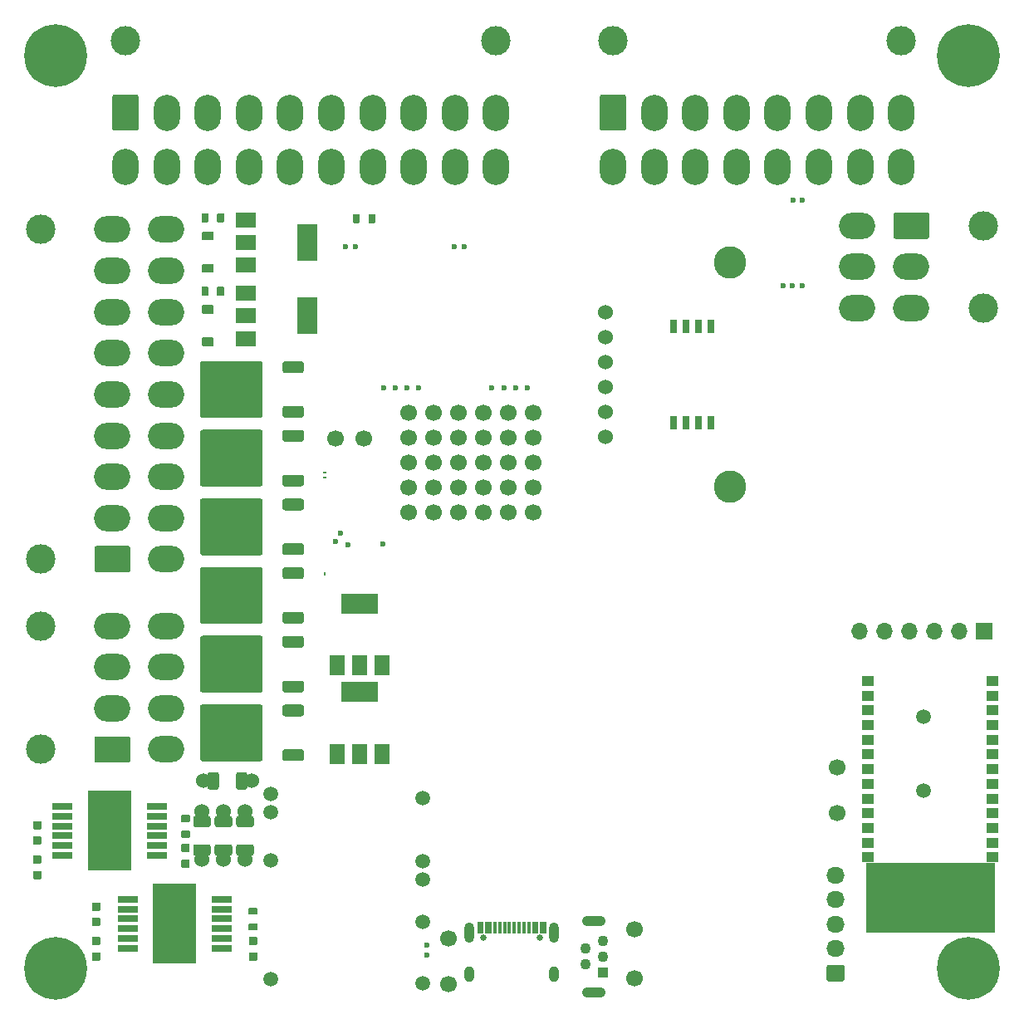
<source format=gts>
G04 #@! TF.GenerationSoftware,KiCad,Pcbnew,7.0.9-7.0.9~ubuntu22.04.1*
G04 #@! TF.CreationDate,2023-12-02T23:16:32+00:00*
G04 #@! TF.ProjectId,uaefi,75616566-692e-46b6-9963-61645f706362,rev?*
G04 #@! TF.SameCoordinates,Original*
G04 #@! TF.FileFunction,Soldermask,Top*
G04 #@! TF.FilePolarity,Negative*
%FSLAX46Y46*%
G04 Gerber Fmt 4.6, Leading zero omitted, Abs format (unit mm)*
G04 Created by KiCad (PCBNEW 7.0.9-7.0.9~ubuntu22.04.1) date 2023-12-02 23:16:32*
%MOMM*%
%LPD*%
G01*
G04 APERTURE LIST*
%ADD10C,0.120000*%
%ADD11C,3.000000*%
%ADD12O,2.700000X3.700000*%
%ADD13C,1.700000*%
%ADD14R,2.000000X1.500000*%
%ADD15R,2.000000X3.800000*%
%ADD16C,0.800000*%
%ADD17C,6.400000*%
%ADD18C,1.524000*%
%ADD19O,1.850000X1.700000*%
%ADD20R,1.500000X2.000000*%
%ADD21R,3.800000X2.000000*%
%ADD22C,0.600000*%
%ADD23R,1.100000X1.100000*%
%ADD24C,1.100000*%
%ADD25O,2.400000X1.100000*%
%ADD26C,1.500000*%
%ADD27O,0.250000X0.499999*%
%ADD28O,0.499999X0.250000*%
%ADD29C,0.599999*%
%ADD30O,3.700000X2.700000*%
%ADD31R,1.300000X1.000000*%
%ADD32R,2.000000X0.650000*%
%ADD33R,4.500000X8.100000*%
%ADD34C,0.650000*%
%ADD35R,0.300000X1.150000*%
%ADD36O,1.000000X2.100000*%
%ADD37O,1.000000X1.600000*%
%ADD38R,1.700000X1.700000*%
%ADD39O,1.700000X1.700000*%
%ADD40C,3.302000*%
%ADD41R,0.690000X1.350000*%
G04 APERTURE END LIST*
G04 #@! TO.C,U5*
D10*
X99150000Y7225000D02*
X86150000Y7225000D01*
X86150000Y14225000D01*
X99150000Y14225000D01*
X99150000Y7225000D01*
G36*
X99150000Y7225000D02*
G01*
X86150000Y7225000D01*
X86150000Y14225000D01*
X99150000Y14225000D01*
X99150000Y7225000D01*
G37*
G04 #@! TD*
G04 #@! TO.C,C24*
G36*
G01*
X7260000Y10215001D02*
X7940000Y10215001D01*
G75*
G02*
X8025000Y10130001I0J-85000D01*
G01*
X8025000Y9450001D01*
G75*
G02*
X7940000Y9365001I-85000J0D01*
G01*
X7260000Y9365001D01*
G75*
G02*
X7175000Y9450001I0J85000D01*
G01*
X7175000Y10130001D01*
G75*
G02*
X7260000Y10215001I85000J0D01*
G01*
G37*
G36*
G01*
X7260000Y8634999D02*
X7940000Y8634999D01*
G75*
G02*
X8025000Y8549999I0J-85000D01*
G01*
X8025000Y7869999D01*
G75*
G02*
X7940000Y7784999I-85000J0D01*
G01*
X7260000Y7784999D01*
G75*
G02*
X7175000Y7869999I0J85000D01*
G01*
X7175000Y8549999D01*
G75*
G02*
X7260000Y8634999I85000J0D01*
G01*
G37*
G04 #@! TD*
G04 #@! TO.C,Q10*
G36*
G01*
X28800000Y39570000D02*
X28800000Y38870000D01*
G75*
G02*
X28550000Y38620000I-250000J0D01*
G01*
X26850000Y38620000D01*
G75*
G02*
X26600000Y38870000I0J250000D01*
G01*
X26600000Y39570000D01*
G75*
G02*
X26850000Y39820000I250000J0D01*
G01*
X28550000Y39820000D01*
G75*
G02*
X28800000Y39570000I0J-250000D01*
G01*
G37*
G36*
G01*
X24600000Y44150003D02*
X24600000Y38849997D01*
G75*
G02*
X24350003Y38600000I-249997J0D01*
G01*
X18449997Y38600000D01*
G75*
G02*
X18200000Y38849997I0J249997D01*
G01*
X18200000Y44150003D01*
G75*
G02*
X18449997Y44400000I249997J0D01*
G01*
X24350003Y44400000D01*
G75*
G02*
X24600000Y44150003I0J-249997D01*
G01*
G37*
G36*
G01*
X28800000Y44130000D02*
X28800000Y43430000D01*
G75*
G02*
X28550000Y43180000I-250000J0D01*
G01*
X26850000Y43180000D01*
G75*
G02*
X26600000Y43430000I0J250000D01*
G01*
X26600000Y44130000D01*
G75*
G02*
X26850000Y44380000I250000J0D01*
G01*
X28550000Y44380000D01*
G75*
G02*
X28800000Y44130000I0J-250000D01*
G01*
G37*
G04 #@! TD*
D11*
G04 #@! TO.C,J10*
X60300000Y98025000D03*
X89700000Y98025000D03*
G36*
G01*
X58950000Y89125001D02*
X58950000Y92324999D01*
G75*
G02*
X59200001Y92575000I250001J0D01*
G01*
X61399999Y92575000D01*
G75*
G02*
X61650000Y92324999I0J-250001D01*
G01*
X61650000Y89125001D01*
G75*
G02*
X61399999Y88875000I-250001J0D01*
G01*
X59200001Y88875000D01*
G75*
G02*
X58950000Y89125001I0J250001D01*
G01*
G37*
D12*
X64500000Y90725000D03*
X68700000Y90725000D03*
X72900000Y90725000D03*
X77100000Y90725000D03*
X81300000Y90725000D03*
X85500000Y90725000D03*
X89700000Y90725000D03*
X60300000Y85225000D03*
X64500000Y85225000D03*
X68700000Y85225000D03*
X72900000Y85225000D03*
X77100000Y85225000D03*
X81300000Y85225000D03*
X85500000Y85225000D03*
X89700000Y85225000D03*
G04 #@! TD*
D13*
G04 #@! TO.C,P8*
X83200000Y19300000D03*
G04 #@! TD*
D11*
G04 #@! TO.C,J2*
X10600000Y98025000D03*
X48400000Y98025000D03*
G36*
G01*
X9250000Y89125001D02*
X9250000Y92324999D01*
G75*
G02*
X9500001Y92575000I250001J0D01*
G01*
X11699999Y92575000D01*
G75*
G02*
X11950000Y92324999I0J-250001D01*
G01*
X11950000Y89125001D01*
G75*
G02*
X11699999Y88875000I-250001J0D01*
G01*
X9500001Y88875000D01*
G75*
G02*
X9250000Y89125001I0J250001D01*
G01*
G37*
D12*
X14800000Y90725000D03*
X19000000Y90725000D03*
X23200000Y90725000D03*
X27400000Y90725000D03*
X31600000Y90725000D03*
X35800000Y90725000D03*
X40000000Y90725000D03*
X44200000Y90725000D03*
X48400000Y90725000D03*
X10600000Y85225000D03*
X14800000Y85225000D03*
X19000000Y85225000D03*
X23200000Y85225000D03*
X27400000Y85225000D03*
X31600000Y85225000D03*
X35800000Y85225000D03*
X40000000Y85225000D03*
X44200000Y85225000D03*
X48400000Y85225000D03*
G04 #@! TD*
G04 #@! TO.C,Q7*
G36*
G01*
X28800000Y60570000D02*
X28800000Y59870000D01*
G75*
G02*
X28550000Y59620000I-250000J0D01*
G01*
X26850000Y59620000D01*
G75*
G02*
X26600000Y59870000I0J250000D01*
G01*
X26600000Y60570000D01*
G75*
G02*
X26850000Y60820000I250000J0D01*
G01*
X28550000Y60820000D01*
G75*
G02*
X28800000Y60570000I0J-250000D01*
G01*
G37*
G36*
G01*
X24600000Y65150003D02*
X24600000Y59849997D01*
G75*
G02*
X24350003Y59600000I-249997J0D01*
G01*
X18449997Y59600000D01*
G75*
G02*
X18200000Y59849997I0J249997D01*
G01*
X18200000Y65150003D01*
G75*
G02*
X18449997Y65400000I249997J0D01*
G01*
X24350003Y65400000D01*
G75*
G02*
X24600000Y65150003I0J-249997D01*
G01*
G37*
G36*
G01*
X28800000Y65130000D02*
X28800000Y64430000D01*
G75*
G02*
X28550000Y64180000I-250000J0D01*
G01*
X26850000Y64180000D01*
G75*
G02*
X26600000Y64430000I0J250000D01*
G01*
X26600000Y65130000D01*
G75*
G02*
X26850000Y65380000I250000J0D01*
G01*
X28550000Y65380000D01*
G75*
G02*
X28800000Y65130000I0J-250000D01*
G01*
G37*
G04 #@! TD*
G04 #@! TO.C,Q8*
G36*
G01*
X28800000Y53570000D02*
X28800000Y52870000D01*
G75*
G02*
X28550000Y52620000I-250000J0D01*
G01*
X26850000Y52620000D01*
G75*
G02*
X26600000Y52870000I0J250000D01*
G01*
X26600000Y53570000D01*
G75*
G02*
X26850000Y53820000I250000J0D01*
G01*
X28550000Y53820000D01*
G75*
G02*
X28800000Y53570000I0J-250000D01*
G01*
G37*
G36*
G01*
X24600000Y58150003D02*
X24600000Y52849997D01*
G75*
G02*
X24350003Y52600000I-249997J0D01*
G01*
X18449997Y52600000D01*
G75*
G02*
X18200000Y52849997I0J249997D01*
G01*
X18200000Y58150003D01*
G75*
G02*
X18449997Y58400000I249997J0D01*
G01*
X24350003Y58400000D01*
G75*
G02*
X24600000Y58150003I0J-249997D01*
G01*
G37*
G36*
G01*
X28800000Y58130000D02*
X28800000Y57430000D01*
G75*
G02*
X28550000Y57180000I-250000J0D01*
G01*
X26850000Y57180000D01*
G75*
G02*
X26600000Y57430000I0J250000D01*
G01*
X26600000Y58130000D01*
G75*
G02*
X26850000Y58380000I250000J0D01*
G01*
X28550000Y58380000D01*
G75*
G02*
X28800000Y58130000I0J-250000D01*
G01*
G37*
G04 #@! TD*
D13*
G04 #@! TO.C,P1*
X32000000Y57500000D03*
G04 #@! TD*
G04 #@! TO.C,C26*
G36*
G01*
X23260000Y6715001D02*
X23940000Y6715001D01*
G75*
G02*
X24025000Y6630001I0J-85000D01*
G01*
X24025000Y5950001D01*
G75*
G02*
X23940000Y5865001I-85000J0D01*
G01*
X23260000Y5865001D01*
G75*
G02*
X23175000Y5950001I0J85000D01*
G01*
X23175000Y6630001D01*
G75*
G02*
X23260000Y6715001I85000J0D01*
G01*
G37*
G36*
G01*
X23260000Y5134999D02*
X23940000Y5134999D01*
G75*
G02*
X24025000Y5049999I0J-85000D01*
G01*
X24025000Y4369999D01*
G75*
G02*
X23940000Y4284999I-85000J0D01*
G01*
X23260000Y4284999D01*
G75*
G02*
X23175000Y4369999I0J85000D01*
G01*
X23175000Y5049999D01*
G75*
G02*
X23260000Y5134999I85000J0D01*
G01*
G37*
G04 #@! TD*
D14*
G04 #@! TO.C,Q2*
X22850000Y79800000D03*
X22850000Y77500000D03*
X22850000Y75200000D03*
D15*
X29150000Y77500000D03*
G04 #@! TD*
G04 #@! TO.C,R1*
G36*
G01*
X36082497Y80315000D02*
X36082497Y79535000D01*
G75*
G02*
X36012497Y79465000I-70000J0D01*
G01*
X35452497Y79465000D01*
G75*
G02*
X35382497Y79535000I0J70000D01*
G01*
X35382497Y80315000D01*
G75*
G02*
X35452497Y80385000I70000J0D01*
G01*
X36012497Y80385000D01*
G75*
G02*
X36082497Y80315000I0J-70000D01*
G01*
G37*
G36*
G01*
X34482497Y80315000D02*
X34482497Y79535000D01*
G75*
G02*
X34412497Y79465000I-70000J0D01*
G01*
X33852497Y79465000D01*
G75*
G02*
X33782497Y79535000I0J70000D01*
G01*
X33782497Y80315000D01*
G75*
G02*
X33852497Y80385000I70000J0D01*
G01*
X34412497Y80385000D01*
G75*
G02*
X34482497Y80315000I0J-70000D01*
G01*
G37*
G04 #@! TD*
D13*
G04 #@! TO.C,P2*
X34900000Y57500000D03*
G04 #@! TD*
G04 #@! TO.C,C13*
G36*
G01*
X16385000Y16175001D02*
X17065000Y16175001D01*
G75*
G02*
X17150000Y16090001I0J-85000D01*
G01*
X17150000Y15410001D01*
G75*
G02*
X17065000Y15325001I-85000J0D01*
G01*
X16385000Y15325001D01*
G75*
G02*
X16300000Y15410001I0J85000D01*
G01*
X16300000Y16090001D01*
G75*
G02*
X16385000Y16175001I85000J0D01*
G01*
G37*
G36*
G01*
X16385000Y14594999D02*
X17065000Y14594999D01*
G75*
G02*
X17150000Y14509999I0J-85000D01*
G01*
X17150000Y13829999D01*
G75*
G02*
X17065000Y13744999I-85000J0D01*
G01*
X16385000Y13744999D01*
G75*
G02*
X16300000Y13829999I0J85000D01*
G01*
X16300000Y14509999D01*
G75*
G02*
X16385000Y14594999I85000J0D01*
G01*
G37*
G04 #@! TD*
D16*
G04 #@! TO.C,H1*
X1100000Y96500000D03*
X1802944Y98197056D03*
X1802944Y94802944D03*
X3500000Y98900000D03*
D17*
X3500000Y96500000D03*
D16*
X3500000Y94100000D03*
X5197056Y98197056D03*
X5197056Y94802944D03*
X5900000Y96500000D03*
G04 #@! TD*
G04 #@! TO.C,H4*
X94100000Y96500000D03*
X94802944Y98197056D03*
X94802944Y94802944D03*
X96500000Y98900000D03*
D17*
X96500000Y96500000D03*
D16*
X96500000Y94100000D03*
X98197056Y98197056D03*
X98197056Y94802944D03*
X98900000Y96500000D03*
G04 #@! TD*
D18*
G04 #@! TO.C,F4*
X18400000Y19450000D03*
G36*
G01*
X17500000Y18105010D02*
X17500000Y18795010D01*
G75*
G02*
X17730000Y19025010I230000J0D01*
G01*
X19070000Y19025010D01*
G75*
G02*
X19300000Y18795010I0J-230000D01*
G01*
X19300000Y18105010D01*
G75*
G02*
X19070000Y17875010I-230000J0D01*
G01*
X17730000Y17875010D01*
G75*
G02*
X17500000Y18105010I0J230000D01*
G01*
G37*
G36*
G01*
X17500000Y15204990D02*
X17500000Y15894990D01*
G75*
G02*
X17730000Y16124990I230000J0D01*
G01*
X19070000Y16124990D01*
G75*
G02*
X19300000Y15894990I0J-230000D01*
G01*
X19300000Y15204990D01*
G75*
G02*
X19070000Y14974990I-230000J0D01*
G01*
X17730000Y14974990D01*
G75*
G02*
X17500000Y15204990I0J230000D01*
G01*
G37*
X18400000Y14550000D03*
G04 #@! TD*
G04 #@! TO.C,C11*
G36*
G01*
X1260000Y18515001D02*
X1940000Y18515001D01*
G75*
G02*
X2025000Y18430001I0J-85000D01*
G01*
X2025000Y17750001D01*
G75*
G02*
X1940000Y17665001I-85000J0D01*
G01*
X1260000Y17665001D01*
G75*
G02*
X1175000Y17750001I0J85000D01*
G01*
X1175000Y18430001D01*
G75*
G02*
X1260000Y18515001I85000J0D01*
G01*
G37*
G36*
G01*
X1260000Y16934999D02*
X1940000Y16934999D01*
G75*
G02*
X2025000Y16849999I0J-85000D01*
G01*
X2025000Y16169999D01*
G75*
G02*
X1940000Y16084999I-85000J0D01*
G01*
X1260000Y16084999D01*
G75*
G02*
X1175000Y16169999I0J85000D01*
G01*
X1175000Y16849999D01*
G75*
G02*
X1260000Y16934999I85000J0D01*
G01*
G37*
G04 #@! TD*
G04 #@! TO.C,J7*
G36*
G01*
X83675000Y2150000D02*
X82325000Y2150000D01*
G75*
G02*
X82075000Y2400000I0J250000D01*
G01*
X82075000Y3600000D01*
G75*
G02*
X82325000Y3850000I250000J0D01*
G01*
X83675000Y3850000D01*
G75*
G02*
X83925000Y3600000I0J-250000D01*
G01*
X83925000Y2400000D01*
G75*
G02*
X83675000Y2150000I-250000J0D01*
G01*
G37*
D19*
X83000000Y5500000D03*
X83000000Y8000000D03*
X83000000Y10500000D03*
X83000000Y13000000D03*
G04 #@! TD*
D20*
G04 #@! TO.C,Q16*
X32200000Y34350000D03*
X34500000Y34350000D03*
X36800000Y34350000D03*
D21*
X34500000Y40650000D03*
G04 #@! TD*
D13*
G04 #@! TO.C,P4*
X62500000Y7500000D03*
G04 #@! TD*
G04 #@! TO.C,P5*
X43500000Y1900000D03*
G04 #@! TD*
D16*
G04 #@! TO.C,H2*
X1100000Y3500000D03*
X1802944Y5197056D03*
X1802944Y1802944D03*
X3500000Y5900000D03*
D17*
X3500000Y3500000D03*
D16*
X3500000Y1100000D03*
X5197056Y5197056D03*
X5197056Y1802944D03*
X5900000Y3500000D03*
G04 #@! TD*
D22*
G04 #@! TO.C,M3*
X49175000Y62675000D03*
X47975000Y62675000D03*
X50375000Y62675000D03*
X51575000Y62675000D03*
X45115000Y77100000D03*
X44115000Y77100000D03*
G04 #@! TD*
D23*
G04 #@! TO.C,J8*
X59250000Y3100000D03*
D24*
X57500000Y3900000D03*
X59250000Y4700000D03*
X57500000Y5500000D03*
X59250000Y6300000D03*
D25*
X58375000Y1050000D03*
X58375000Y8350000D03*
G04 #@! TD*
D18*
G04 #@! TO.C,F3*
X20600000Y19450000D03*
G36*
G01*
X19700000Y18105010D02*
X19700000Y18795010D01*
G75*
G02*
X19930000Y19025010I230000J0D01*
G01*
X21270000Y19025010D01*
G75*
G02*
X21500000Y18795010I0J-230000D01*
G01*
X21500000Y18105010D01*
G75*
G02*
X21270000Y17875010I-230000J0D01*
G01*
X19930000Y17875010D01*
G75*
G02*
X19700000Y18105010I0J230000D01*
G01*
G37*
G36*
G01*
X19700000Y15204990D02*
X19700000Y15894990D01*
G75*
G02*
X19930000Y16124990I230000J0D01*
G01*
X21270000Y16124990D01*
G75*
G02*
X21500000Y15894990I0J-230000D01*
G01*
X21500000Y15204990D01*
G75*
G02*
X21270000Y14974990I-230000J0D01*
G01*
X19930000Y14974990D01*
G75*
G02*
X19700000Y15204990I0J230000D01*
G01*
G37*
X20600000Y14550000D03*
G04 #@! TD*
D22*
G04 #@! TO.C,M2*
X79574999Y73125000D03*
X78624999Y73125000D03*
X77675001Y73125000D03*
X78674999Y81825000D03*
X79574999Y81825000D03*
G04 #@! TD*
G04 #@! TO.C,C25*
G36*
G01*
X7940000Y4284999D02*
X7260000Y4284999D01*
G75*
G02*
X7175000Y4369999I0J85000D01*
G01*
X7175000Y5049999D01*
G75*
G02*
X7260000Y5134999I85000J0D01*
G01*
X7940000Y5134999D01*
G75*
G02*
X8025000Y5049999I0J-85000D01*
G01*
X8025000Y4369999D01*
G75*
G02*
X7940000Y4284999I-85000J0D01*
G01*
G37*
G36*
G01*
X7940000Y5865001D02*
X7260000Y5865001D01*
G75*
G02*
X7175000Y5950001I0J85000D01*
G01*
X7175000Y6630001D01*
G75*
G02*
X7260000Y6715001I85000J0D01*
G01*
X7940000Y6715001D01*
G75*
G02*
X8025000Y6630001I0J-85000D01*
G01*
X8025000Y5950001D01*
G75*
G02*
X7940000Y5865001I-85000J0D01*
G01*
G37*
G04 #@! TD*
D26*
G04 #@! TO.C,M1*
X40874995Y20824999D03*
X40874995Y14425002D03*
X40874995Y12524999D03*
X40874995Y8224999D03*
D22*
X41324994Y5825002D03*
X41324994Y4825001D03*
D26*
X40874995Y1974999D03*
X25374998Y21275001D03*
X25374998Y19425002D03*
X25374998Y14474999D03*
X25374998Y2425001D03*
G04 #@! TD*
G04 #@! TO.C,Q12*
G36*
G01*
X28800000Y25570000D02*
X28800000Y24870000D01*
G75*
G02*
X28550000Y24620000I-250000J0D01*
G01*
X26850000Y24620000D01*
G75*
G02*
X26600000Y24870000I0J250000D01*
G01*
X26600000Y25570000D01*
G75*
G02*
X26850000Y25820000I250000J0D01*
G01*
X28550000Y25820000D01*
G75*
G02*
X28800000Y25570000I0J-250000D01*
G01*
G37*
G36*
G01*
X24600000Y30150003D02*
X24600000Y24849997D01*
G75*
G02*
X24350003Y24600000I-249997J0D01*
G01*
X18449997Y24600000D01*
G75*
G02*
X18200000Y24849997I0J249997D01*
G01*
X18200000Y30150003D01*
G75*
G02*
X18449997Y30400000I249997J0D01*
G01*
X24350003Y30400000D01*
G75*
G02*
X24600000Y30150003I0J-249997D01*
G01*
G37*
G36*
G01*
X28800000Y30130000D02*
X28800000Y29430000D01*
G75*
G02*
X28550000Y29180000I-250000J0D01*
G01*
X26850000Y29180000D01*
G75*
G02*
X26600000Y29430000I0J250000D01*
G01*
X26600000Y30130000D01*
G75*
G02*
X26850000Y30380000I250000J0D01*
G01*
X28550000Y30380000D01*
G75*
G02*
X28800000Y30130000I0J-250000D01*
G01*
G37*
G04 #@! TD*
D27*
G04 #@! TO.C,M7*
X30900003Y43675005D03*
D28*
X30950001Y54024999D03*
X30950001Y53524998D03*
D29*
X31999999Y46975001D03*
X32524999Y47850003D03*
X33274997Y46674999D03*
X36824998Y46750002D03*
G04 #@! TD*
D14*
G04 #@! TO.C,Q4*
X22850000Y72300000D03*
X22850000Y70000000D03*
X22850000Y67700000D03*
D15*
X29150000Y70000000D03*
G04 #@! TD*
G04 #@! TO.C,R9*
G36*
G01*
X16335000Y19110000D02*
X17115000Y19110000D01*
G75*
G02*
X17185000Y19040000I0J-70000D01*
G01*
X17185000Y18480000D01*
G75*
G02*
X17115000Y18410000I-70000J0D01*
G01*
X16335000Y18410000D01*
G75*
G02*
X16265000Y18480000I0J70000D01*
G01*
X16265000Y19040000D01*
G75*
G02*
X16335000Y19110000I70000J0D01*
G01*
G37*
G36*
G01*
X16335000Y17510000D02*
X17115000Y17510000D01*
G75*
G02*
X17185000Y17440000I0J-70000D01*
G01*
X17185000Y16880000D01*
G75*
G02*
X17115000Y16810000I-70000J0D01*
G01*
X16335000Y16810000D01*
G75*
G02*
X16265000Y16880000I0J70000D01*
G01*
X16265000Y17440000D01*
G75*
G02*
X16335000Y17510000I70000J0D01*
G01*
G37*
G04 #@! TD*
D11*
G04 #@! TO.C,J5*
X1975000Y45200000D03*
X1975000Y78800000D03*
G36*
G01*
X10874999Y43850000D02*
X7675001Y43850000D01*
G75*
G02*
X7425000Y44100001I0J250001D01*
G01*
X7425000Y46299999D01*
G75*
G02*
X7675001Y46550000I250001J0D01*
G01*
X10874999Y46550000D01*
G75*
G02*
X11125000Y46299999I0J-250001D01*
G01*
X11125000Y44100001D01*
G75*
G02*
X10874999Y43850000I-250001J0D01*
G01*
G37*
D30*
X9275000Y49400000D03*
X9275000Y53600000D03*
X9275000Y57800000D03*
X9275000Y62000000D03*
X9275000Y66200000D03*
X9275000Y70400000D03*
X9275000Y74600000D03*
X9275000Y78800000D03*
X14775000Y45200000D03*
X14775000Y49400000D03*
X14775000Y53600000D03*
X14775000Y57800000D03*
X14775000Y62000000D03*
X14775000Y66200000D03*
X14775000Y70400000D03*
X14775000Y74600000D03*
X14775000Y78800000D03*
G04 #@! TD*
G04 #@! TO.C,Q9*
G36*
G01*
X28800000Y46570000D02*
X28800000Y45870000D01*
G75*
G02*
X28550000Y45620000I-250000J0D01*
G01*
X26850000Y45620000D01*
G75*
G02*
X26600000Y45870000I0J250000D01*
G01*
X26600000Y46570000D01*
G75*
G02*
X26850000Y46820000I250000J0D01*
G01*
X28550000Y46820000D01*
G75*
G02*
X28800000Y46570000I0J-250000D01*
G01*
G37*
G36*
G01*
X24600000Y51150003D02*
X24600000Y45849997D01*
G75*
G02*
X24350003Y45600000I-249997J0D01*
G01*
X18449997Y45600000D01*
G75*
G02*
X18200000Y45849997I0J249997D01*
G01*
X18200000Y51150003D01*
G75*
G02*
X18449997Y51400000I249997J0D01*
G01*
X24350003Y51400000D01*
G75*
G02*
X24600000Y51150003I0J-249997D01*
G01*
G37*
G36*
G01*
X28800000Y51130000D02*
X28800000Y50430000D01*
G75*
G02*
X28550000Y50180000I-250000J0D01*
G01*
X26850000Y50180000D01*
G75*
G02*
X26600000Y50430000I0J250000D01*
G01*
X26600000Y51130000D01*
G75*
G02*
X26850000Y51380000I250000J0D01*
G01*
X28550000Y51380000D01*
G75*
G02*
X28800000Y51130000I0J-250000D01*
G01*
G37*
G04 #@! TD*
D31*
G04 #@! TO.C,U5*
X99000000Y14800000D03*
X99000000Y16300000D03*
X99000000Y17800000D03*
X99000000Y19300000D03*
X99000000Y20800000D03*
X99000000Y22300000D03*
X99000000Y23800000D03*
X99000000Y25300000D03*
X99000000Y26800000D03*
X99000000Y28300000D03*
X99000000Y29800000D03*
X99000000Y31300000D03*
X99000000Y32800000D03*
X86300000Y32800000D03*
X86300000Y31300000D03*
X86300000Y29800000D03*
X86300000Y28300000D03*
X86300000Y26800000D03*
X86300000Y25300000D03*
X86300000Y23800000D03*
X86300000Y22300000D03*
X86300000Y20800000D03*
X86300000Y19300000D03*
X86300000Y17800000D03*
X86300000Y16300000D03*
X86300000Y14800000D03*
G04 #@! TD*
D11*
G04 #@! TO.C,J3*
X98025000Y79200000D03*
X98025000Y70800000D03*
G36*
G01*
X89125001Y80550000D02*
X92324999Y80550000D01*
G75*
G02*
X92575000Y80299999I0J-250001D01*
G01*
X92575000Y78100001D01*
G75*
G02*
X92324999Y77850000I-250001J0D01*
G01*
X89125001Y77850000D01*
G75*
G02*
X88875000Y78100001I0J250001D01*
G01*
X88875000Y80299999D01*
G75*
G02*
X89125001Y80550000I250001J0D01*
G01*
G37*
D30*
X90725000Y75000000D03*
X90725000Y70800000D03*
X85225000Y79200000D03*
X85225000Y75000000D03*
X85225000Y70800000D03*
G04 #@! TD*
G04 #@! TO.C,R13*
G36*
G01*
X18350000Y72110000D02*
X18350000Y72890000D01*
G75*
G02*
X18420000Y72960000I70000J0D01*
G01*
X18980000Y72960000D01*
G75*
G02*
X19050000Y72890000I0J-70000D01*
G01*
X19050000Y72110000D01*
G75*
G02*
X18980000Y72040000I-70000J0D01*
G01*
X18420000Y72040000D01*
G75*
G02*
X18350000Y72110000I0J70000D01*
G01*
G37*
G36*
G01*
X19950000Y72110000D02*
X19950000Y72890000D01*
G75*
G02*
X20020000Y72960000I70000J0D01*
G01*
X20580000Y72960000D01*
G75*
G02*
X20650000Y72890000I0J-70000D01*
G01*
X20650000Y72110000D01*
G75*
G02*
X20580000Y72040000I-70000J0D01*
G01*
X20020000Y72040000D01*
G75*
G02*
X19950000Y72110000I0J70000D01*
G01*
G37*
G04 #@! TD*
D18*
G04 #@! TO.C,F1*
X22800000Y19450000D03*
G36*
G01*
X21900000Y18105010D02*
X21900000Y18795010D01*
G75*
G02*
X22130000Y19025010I230000J0D01*
G01*
X23470000Y19025010D01*
G75*
G02*
X23700000Y18795010I0J-230000D01*
G01*
X23700000Y18105010D01*
G75*
G02*
X23470000Y17875010I-230000J0D01*
G01*
X22130000Y17875010D01*
G75*
G02*
X21900000Y18105010I0J230000D01*
G01*
G37*
G36*
G01*
X21900000Y15204990D02*
X21900000Y15894990D01*
G75*
G02*
X22130000Y16124990I230000J0D01*
G01*
X23470000Y16124990D01*
G75*
G02*
X23700000Y15894990I0J-230000D01*
G01*
X23700000Y15204990D01*
G75*
G02*
X23470000Y14974990I-230000J0D01*
G01*
X22130000Y14974990D01*
G75*
G02*
X21900000Y15204990I0J230000D01*
G01*
G37*
X22800000Y14550000D03*
G04 #@! TD*
D13*
G04 #@! TO.C,G3*
X39500000Y49960000D03*
X39500000Y52500000D03*
X39500000Y55040000D03*
X39500000Y57580000D03*
X39500000Y60120000D03*
X42040000Y49960000D03*
X42040000Y52500000D03*
X42040000Y55040000D03*
X42040000Y57580000D03*
X42040000Y60120000D03*
X44580000Y49960000D03*
X44580000Y52500000D03*
X44580000Y55040000D03*
X44580000Y57580000D03*
X44580000Y60120000D03*
G04 #@! TD*
G04 #@! TO.C,P3*
X62500000Y2500000D03*
G04 #@! TD*
G04 #@! TO.C,R11*
G36*
G01*
X18350000Y79610000D02*
X18350000Y80390000D01*
G75*
G02*
X18420000Y80460000I70000J0D01*
G01*
X18980000Y80460000D01*
G75*
G02*
X19050000Y80390000I0J-70000D01*
G01*
X19050000Y79610000D01*
G75*
G02*
X18980000Y79540000I-70000J0D01*
G01*
X18420000Y79540000D01*
G75*
G02*
X18350000Y79610000I0J70000D01*
G01*
G37*
G36*
G01*
X19950000Y79610000D02*
X19950000Y80390000D01*
G75*
G02*
X20020000Y80460000I70000J0D01*
G01*
X20580000Y80460000D01*
G75*
G02*
X20650000Y80390000I0J-70000D01*
G01*
X20650000Y79610000D01*
G75*
G02*
X20580000Y79540000I-70000J0D01*
G01*
X20020000Y79540000D01*
G75*
G02*
X19950000Y79610000I0J70000D01*
G01*
G37*
G04 #@! TD*
G04 #@! TO.C,D3*
G36*
G01*
X19510000Y74400000D02*
X18490000Y74400000D01*
G75*
G02*
X18400000Y74490000I0J90000D01*
G01*
X18400000Y75210000D01*
G75*
G02*
X18490000Y75300000I90000J0D01*
G01*
X19510000Y75300000D01*
G75*
G02*
X19600000Y75210000I0J-90000D01*
G01*
X19600000Y74490000D01*
G75*
G02*
X19510000Y74400000I-90000J0D01*
G01*
G37*
G36*
G01*
X19510000Y77700000D02*
X18490000Y77700000D01*
G75*
G02*
X18400000Y77790000I0J90000D01*
G01*
X18400000Y78510000D01*
G75*
G02*
X18490000Y78600000I90000J0D01*
G01*
X19510000Y78600000D01*
G75*
G02*
X19600000Y78510000I0J-90000D01*
G01*
X19600000Y77790000D01*
G75*
G02*
X19510000Y77700000I-90000J0D01*
G01*
G37*
G04 #@! TD*
D32*
G04 #@! TO.C,U1*
X4200000Y20000000D03*
X4200000Y19000000D03*
X4200000Y18000000D03*
X4200000Y17000000D03*
X4200000Y16000000D03*
X4200000Y15000000D03*
X13800000Y15000000D03*
X13800000Y16000000D03*
X13800000Y17000000D03*
X13800000Y18000000D03*
X13800000Y19000000D03*
X13800000Y20000000D03*
D33*
X9000000Y17500000D03*
G04 #@! TD*
D32*
G04 #@! TO.C,U2*
X10825000Y10540000D03*
X10825000Y9540000D03*
X10825000Y8540000D03*
X10825000Y7540000D03*
X10825000Y6540000D03*
X10825000Y5540000D03*
X20425000Y5540000D03*
X20425000Y6540000D03*
X20425000Y7540000D03*
X20425000Y8540000D03*
X20425000Y9540000D03*
X20425000Y10540000D03*
D33*
X15625000Y8040000D03*
G04 #@! TD*
D11*
G04 #@! TO.C,J4*
X1975000Y25800000D03*
X1975000Y38400000D03*
G36*
G01*
X10874999Y24450000D02*
X7675001Y24450000D01*
G75*
G02*
X7425000Y24700001I0J250001D01*
G01*
X7425000Y26899999D01*
G75*
G02*
X7675001Y27150000I250001J0D01*
G01*
X10874999Y27150000D01*
G75*
G02*
X11125000Y26899999I0J-250001D01*
G01*
X11125000Y24700001D01*
G75*
G02*
X10874999Y24450000I-250001J0D01*
G01*
G37*
D30*
X9275000Y30000000D03*
X9275000Y34200000D03*
X9275000Y38400000D03*
X14775000Y25800000D03*
X14775000Y30000000D03*
X14775000Y34200000D03*
X14775000Y38400000D03*
G04 #@! TD*
D13*
G04 #@! TO.C,P7*
X83200000Y24000000D03*
G04 #@! TD*
G04 #@! TO.C,Q11*
G36*
G01*
X28800000Y32570000D02*
X28800000Y31870000D01*
G75*
G02*
X28550000Y31620000I-250000J0D01*
G01*
X26850000Y31620000D01*
G75*
G02*
X26600000Y31870000I0J250000D01*
G01*
X26600000Y32570000D01*
G75*
G02*
X26850000Y32820000I250000J0D01*
G01*
X28550000Y32820000D01*
G75*
G02*
X28800000Y32570000I0J-250000D01*
G01*
G37*
G36*
G01*
X24600000Y37150003D02*
X24600000Y31849997D01*
G75*
G02*
X24350003Y31600000I-249997J0D01*
G01*
X18449997Y31600000D01*
G75*
G02*
X18200000Y31849997I0J249997D01*
G01*
X18200000Y37150003D01*
G75*
G02*
X18449997Y37400000I249997J0D01*
G01*
X24350003Y37400000D01*
G75*
G02*
X24600000Y37150003I0J-249997D01*
G01*
G37*
G36*
G01*
X28800000Y37130000D02*
X28800000Y36430000D01*
G75*
G02*
X28550000Y36180000I-250000J0D01*
G01*
X26850000Y36180000D01*
G75*
G02*
X26600000Y36430000I0J250000D01*
G01*
X26600000Y37130000D01*
G75*
G02*
X26850000Y37380000I250000J0D01*
G01*
X28550000Y37380000D01*
G75*
G02*
X28800000Y37130000I0J-250000D01*
G01*
G37*
G04 #@! TD*
D34*
G04 #@! TO.C,J9*
X47110000Y6605000D03*
X52890000Y6605000D03*
D35*
X46650000Y7670000D03*
X47450000Y7670000D03*
X48750000Y7670000D03*
X49750000Y7670000D03*
X50250000Y7670000D03*
X51250000Y7670000D03*
X52550000Y7670000D03*
X53350000Y7670000D03*
X53050000Y7670000D03*
X52250000Y7670000D03*
X51750000Y7670000D03*
X50750000Y7670000D03*
X49250000Y7670000D03*
X48250000Y7670000D03*
X47750000Y7670000D03*
X46950000Y7670000D03*
D36*
X45680000Y7105000D03*
D37*
X45680000Y2925000D03*
D36*
X54320000Y7105000D03*
D37*
X54320000Y2925000D03*
G04 #@! TD*
D16*
G04 #@! TO.C,H3*
X94100000Y3500000D03*
X94802944Y5197056D03*
X94802944Y1802944D03*
X96500000Y5900000D03*
D17*
X96500000Y3500000D03*
D16*
X96500000Y1100000D03*
X98197056Y5197056D03*
X98197056Y1802944D03*
X98900000Y3500000D03*
G04 #@! TD*
D22*
G04 #@! TO.C,M4*
X38125000Y62675000D03*
X36925000Y62675000D03*
X39325000Y62675000D03*
X40525000Y62675000D03*
X34065000Y77100000D03*
X33065000Y77100000D03*
G04 #@! TD*
D18*
G04 #@! TO.C,F2*
X18550000Y22600000D03*
G36*
G01*
X19894990Y21700000D02*
X19204990Y21700000D01*
G75*
G02*
X18974990Y21930000I0J230000D01*
G01*
X18974990Y23270000D01*
G75*
G02*
X19204990Y23500000I230000J0D01*
G01*
X19894990Y23500000D01*
G75*
G02*
X20124990Y23270000I0J-230000D01*
G01*
X20124990Y21930000D01*
G75*
G02*
X19894990Y21700000I-230000J0D01*
G01*
G37*
G36*
G01*
X22795010Y21700000D02*
X22105010Y21700000D01*
G75*
G02*
X21875010Y21930000I0J230000D01*
G01*
X21875010Y23270000D01*
G75*
G02*
X22105010Y23500000I230000J0D01*
G01*
X22795010Y23500000D01*
G75*
G02*
X23025010Y23270000I0J-230000D01*
G01*
X23025010Y21930000D01*
G75*
G02*
X22795010Y21700000I-230000J0D01*
G01*
G37*
X23450000Y22600000D03*
G04 #@! TD*
G04 #@! TO.C,D5*
G36*
G01*
X19510000Y66900000D02*
X18490000Y66900000D01*
G75*
G02*
X18400000Y66990000I0J90000D01*
G01*
X18400000Y67710000D01*
G75*
G02*
X18490000Y67800000I90000J0D01*
G01*
X19510000Y67800000D01*
G75*
G02*
X19600000Y67710000I0J-90000D01*
G01*
X19600000Y66990000D01*
G75*
G02*
X19510000Y66900000I-90000J0D01*
G01*
G37*
G36*
G01*
X19510000Y70200000D02*
X18490000Y70200000D01*
G75*
G02*
X18400000Y70290000I0J90000D01*
G01*
X18400000Y71010000D01*
G75*
G02*
X18490000Y71100000I90000J0D01*
G01*
X19510000Y71100000D01*
G75*
G02*
X19600000Y71010000I0J-90000D01*
G01*
X19600000Y70290000D01*
G75*
G02*
X19510000Y70200000I-90000J0D01*
G01*
G37*
G04 #@! TD*
D38*
G04 #@! TO.C,J6*
X98150000Y37900000D03*
D39*
X95610000Y37900000D03*
X93070000Y37900000D03*
X90530000Y37900000D03*
X87990000Y37900000D03*
X85450000Y37900000D03*
G04 #@! TD*
D13*
G04 #@! TO.C,P6*
X43500000Y6500000D03*
G04 #@! TD*
G04 #@! TO.C,R14*
G36*
G01*
X23210000Y9650000D02*
X23990000Y9650000D01*
G75*
G02*
X24060000Y9580000I0J-70000D01*
G01*
X24060000Y9020000D01*
G75*
G02*
X23990000Y8950000I-70000J0D01*
G01*
X23210000Y8950000D01*
G75*
G02*
X23140000Y9020000I0J70000D01*
G01*
X23140000Y9580000D01*
G75*
G02*
X23210000Y9650000I70000J0D01*
G01*
G37*
G36*
G01*
X23210000Y8050000D02*
X23990000Y8050000D01*
G75*
G02*
X24060000Y7980000I0J-70000D01*
G01*
X24060000Y7420000D01*
G75*
G02*
X23990000Y7350000I-70000J0D01*
G01*
X23210000Y7350000D01*
G75*
G02*
X23140000Y7420000I0J70000D01*
G01*
X23140000Y7980000D01*
G75*
G02*
X23210000Y8050000I70000J0D01*
G01*
G37*
G04 #@! TD*
D20*
G04 #@! TO.C,Q17*
X32200000Y25350000D03*
X34500000Y25350000D03*
X36800000Y25350000D03*
D21*
X34500000Y31650000D03*
G04 #@! TD*
D40*
G04 #@! TO.C,U3*
X72203250Y75430000D03*
X72203250Y52570000D03*
D41*
X70323250Y68942500D03*
X70323250Y59100000D03*
X69053250Y59100000D03*
X67783250Y59100000D03*
X66513250Y59100000D03*
D18*
X59503250Y70350000D03*
D41*
X66513250Y68942500D03*
X67783250Y68942500D03*
D18*
X59503250Y67810000D03*
D41*
X69053250Y68942500D03*
D18*
X59503250Y65270000D03*
X59503250Y62730000D03*
X59503250Y60190000D03*
X59503250Y57650000D03*
G04 #@! TD*
G04 #@! TO.C,C12*
G36*
G01*
X1940000Y12584999D02*
X1260000Y12584999D01*
G75*
G02*
X1175000Y12669999I0J85000D01*
G01*
X1175000Y13349999D01*
G75*
G02*
X1260000Y13434999I85000J0D01*
G01*
X1940000Y13434999D01*
G75*
G02*
X2025000Y13349999I0J-85000D01*
G01*
X2025000Y12669999D01*
G75*
G02*
X1940000Y12584999I-85000J0D01*
G01*
G37*
G36*
G01*
X1940000Y14165001D02*
X1260000Y14165001D01*
G75*
G02*
X1175000Y14250001I0J85000D01*
G01*
X1175000Y14930001D01*
G75*
G02*
X1260000Y15015001I85000J0D01*
G01*
X1940000Y15015001D01*
G75*
G02*
X2025000Y14930001I0J-85000D01*
G01*
X2025000Y14250001D01*
G75*
G02*
X1940000Y14165001I-85000J0D01*
G01*
G37*
G04 #@! TD*
D13*
G04 #@! TO.C,G4*
X47120000Y49960000D03*
X47120000Y52500000D03*
X47120000Y55040000D03*
X47120000Y57580000D03*
X47120000Y60120000D03*
X49660000Y49960000D03*
X49660000Y52500000D03*
X49660000Y55040000D03*
X49660000Y57580000D03*
X49660000Y60120000D03*
X52200000Y49960000D03*
X52200000Y52500000D03*
X52200000Y55040000D03*
X52200000Y57580000D03*
X52200000Y60120000D03*
G04 #@! TD*
D26*
G04 #@! TO.C,BT1*
X92000000Y21600142D03*
X92000000Y29100000D03*
G04 #@! TD*
M02*

</source>
